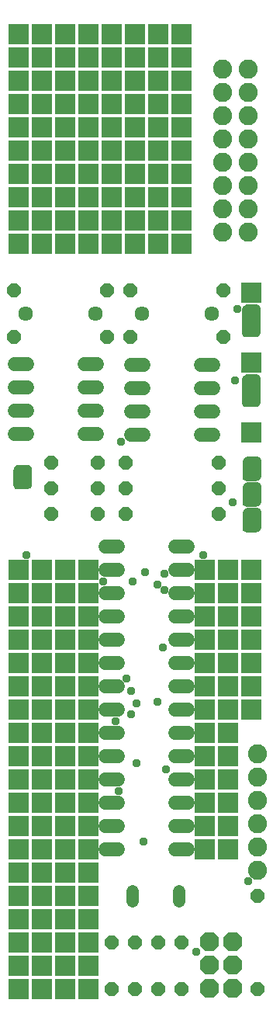
<source format=gts>
G04 EAGLE Gerber RS-274X export*
G75*
%MOMM*%
%FSLAX34Y34*%
%LPD*%
%INTop Solder Mask*%
%IPPOS*%
%AMOC8*
5,1,8,0,0,1.08239X$1,22.5*%
G01*
%ADD10R,2.235200X2.235200*%
%ADD11C,1.524000*%
%ADD12P,1.649562X8X292.500000*%
%ADD13P,1.649562X8X112.500000*%
%ADD14P,2.254402X8X292.500000*%
%ADD15C,1.320800*%
%ADD16C,2.082800*%
%ADD17P,1.649562X8X202.500000*%
%ADD18P,1.649562X8X22.500000*%
%ADD19C,1.611200*%
%ADD20R,1.879600X0.965200*%
%ADD21C,0.959600*%

G36*
X283748Y731653D02*
X283748Y731653D01*
X283789Y731652D01*
X284919Y731779D01*
X284968Y731794D01*
X285058Y731811D01*
X286132Y732186D01*
X286176Y732211D01*
X286260Y732248D01*
X287223Y732853D01*
X287260Y732887D01*
X287334Y732942D01*
X288138Y733746D01*
X288167Y733788D01*
X288227Y733857D01*
X288832Y734820D01*
X288851Y734867D01*
X288894Y734948D01*
X289269Y736022D01*
X289277Y736072D01*
X289301Y736161D01*
X289428Y737291D01*
X289426Y737322D01*
X289432Y737362D01*
X289432Y762762D01*
X289427Y762792D01*
X289428Y762833D01*
X289333Y763681D01*
X289318Y763729D01*
X289301Y763819D01*
X289019Y764625D01*
X288995Y764668D01*
X288958Y764753D01*
X288504Y765475D01*
X288470Y765512D01*
X288415Y765586D01*
X287812Y766189D01*
X287771Y766218D01*
X287701Y766278D01*
X286979Y766732D01*
X286932Y766751D01*
X286851Y766793D01*
X286045Y767075D01*
X285995Y767083D01*
X285907Y767107D01*
X285059Y767202D01*
X285028Y767200D01*
X284988Y767206D01*
X274828Y767206D01*
X274798Y767201D01*
X274757Y767202D01*
X273627Y767075D01*
X273578Y767060D01*
X273488Y767043D01*
X272414Y766668D01*
X272370Y766643D01*
X272286Y766606D01*
X271323Y766001D01*
X271286Y765967D01*
X271212Y765912D01*
X270408Y765108D01*
X270379Y765066D01*
X270319Y764997D01*
X269714Y764034D01*
X269695Y763987D01*
X269652Y763906D01*
X269277Y762832D01*
X269269Y762782D01*
X269245Y762693D01*
X269118Y761563D01*
X269120Y761532D01*
X269114Y761492D01*
X269114Y736092D01*
X269119Y736062D01*
X269118Y736021D01*
X269213Y735173D01*
X269228Y735125D01*
X269245Y735035D01*
X269527Y734229D01*
X269551Y734186D01*
X269588Y734101D01*
X270042Y733379D01*
X270076Y733342D01*
X270131Y733268D01*
X270734Y732665D01*
X270775Y732636D01*
X270845Y732576D01*
X271567Y732122D01*
X271614Y732103D01*
X271695Y732061D01*
X272501Y731779D01*
X272551Y731771D01*
X272639Y731747D01*
X273487Y731652D01*
X273518Y731654D01*
X273558Y731648D01*
X283718Y731648D01*
X283748Y731653D01*
G37*
G36*
X283748Y655453D02*
X283748Y655453D01*
X283789Y655452D01*
X284919Y655579D01*
X284968Y655594D01*
X285058Y655611D01*
X286132Y655986D01*
X286176Y656011D01*
X286260Y656048D01*
X287223Y656653D01*
X287260Y656687D01*
X287334Y656742D01*
X288138Y657546D01*
X288167Y657588D01*
X288227Y657657D01*
X288832Y658620D01*
X288851Y658667D01*
X288894Y658748D01*
X289269Y659822D01*
X289277Y659872D01*
X289301Y659961D01*
X289428Y661091D01*
X289426Y661122D01*
X289432Y661162D01*
X289432Y686562D01*
X289427Y686592D01*
X289428Y686633D01*
X289333Y687481D01*
X289318Y687529D01*
X289301Y687619D01*
X289019Y688425D01*
X288995Y688468D01*
X288958Y688553D01*
X288504Y689275D01*
X288470Y689312D01*
X288415Y689386D01*
X287812Y689989D01*
X287771Y690018D01*
X287701Y690078D01*
X286979Y690532D01*
X286932Y690551D01*
X286851Y690593D01*
X286045Y690875D01*
X285995Y690883D01*
X285907Y690907D01*
X285059Y691002D01*
X285028Y691000D01*
X284988Y691006D01*
X274828Y691006D01*
X274798Y691001D01*
X274757Y691002D01*
X273627Y690875D01*
X273578Y690860D01*
X273488Y690843D01*
X272414Y690468D01*
X272370Y690443D01*
X272286Y690406D01*
X271323Y689801D01*
X271286Y689767D01*
X271212Y689712D01*
X270408Y688908D01*
X270379Y688866D01*
X270319Y688797D01*
X269714Y687834D01*
X269695Y687787D01*
X269652Y687706D01*
X269277Y686632D01*
X269269Y686582D01*
X269245Y686493D01*
X269118Y685363D01*
X269120Y685332D01*
X269114Y685292D01*
X269114Y659892D01*
X269119Y659862D01*
X269118Y659821D01*
X269213Y658973D01*
X269228Y658925D01*
X269245Y658835D01*
X269527Y658029D01*
X269551Y657986D01*
X269588Y657901D01*
X270042Y657179D01*
X270076Y657142D01*
X270131Y657068D01*
X270734Y656465D01*
X270775Y656436D01*
X270845Y656376D01*
X271567Y655922D01*
X271614Y655903D01*
X271695Y655861D01*
X272501Y655579D01*
X272551Y655571D01*
X272639Y655547D01*
X273487Y655452D01*
X273518Y655454D01*
X273558Y655448D01*
X283718Y655448D01*
X283748Y655453D01*
G37*
G36*
X284510Y574681D02*
X284510Y574681D01*
X284551Y574680D01*
X285681Y574807D01*
X285730Y574822D01*
X285820Y574839D01*
X286894Y575214D01*
X286938Y575239D01*
X287022Y575276D01*
X287985Y575881D01*
X288022Y575915D01*
X288096Y575970D01*
X288900Y576774D01*
X288929Y576816D01*
X288989Y576885D01*
X289594Y577848D01*
X289613Y577895D01*
X289656Y577976D01*
X290031Y579050D01*
X290039Y579100D01*
X290063Y579189D01*
X290190Y580319D01*
X290188Y580350D01*
X290194Y580390D01*
X290194Y596900D01*
X290189Y596930D01*
X290190Y596971D01*
X290095Y597819D01*
X290080Y597867D01*
X290063Y597957D01*
X289781Y598763D01*
X289757Y598807D01*
X289720Y598891D01*
X289266Y599613D01*
X289232Y599650D01*
X289177Y599724D01*
X288574Y600327D01*
X288533Y600356D01*
X288463Y600416D01*
X287741Y600870D01*
X287694Y600889D01*
X287613Y600931D01*
X286807Y601213D01*
X286757Y601221D01*
X286669Y601245D01*
X285821Y601340D01*
X285790Y601338D01*
X285750Y601344D01*
X275590Y601344D01*
X275560Y601339D01*
X275519Y601340D01*
X274389Y601213D01*
X274340Y601198D01*
X274250Y601181D01*
X273176Y600806D01*
X273132Y600781D01*
X273048Y600744D01*
X272085Y600139D01*
X272048Y600105D01*
X271974Y600050D01*
X271170Y599246D01*
X271141Y599204D01*
X271081Y599135D01*
X270476Y598172D01*
X270457Y598125D01*
X270414Y598044D01*
X270039Y596970D01*
X270031Y596920D01*
X270007Y596831D01*
X269880Y595701D01*
X269882Y595670D01*
X269876Y595630D01*
X269876Y579120D01*
X269881Y579090D01*
X269880Y579049D01*
X269975Y578201D01*
X269990Y578153D01*
X270007Y578063D01*
X270289Y577257D01*
X270313Y577214D01*
X270350Y577129D01*
X270804Y576407D01*
X270838Y576370D01*
X270893Y576296D01*
X271496Y575693D01*
X271537Y575664D01*
X271607Y575604D01*
X272329Y575150D01*
X272376Y575131D01*
X272457Y575089D01*
X273263Y574807D01*
X273313Y574799D01*
X273401Y574775D01*
X274249Y574680D01*
X274280Y574682D01*
X274320Y574676D01*
X284480Y574676D01*
X284510Y574681D01*
G37*
G36*
X34320Y565791D02*
X34320Y565791D01*
X34361Y565790D01*
X35491Y565917D01*
X35540Y565932D01*
X35630Y565949D01*
X36704Y566324D01*
X36748Y566349D01*
X36832Y566386D01*
X37795Y566991D01*
X37832Y567025D01*
X37906Y567080D01*
X38710Y567884D01*
X38739Y567926D01*
X38799Y567995D01*
X39404Y568958D01*
X39423Y569005D01*
X39466Y569086D01*
X39841Y570160D01*
X39849Y570210D01*
X39873Y570299D01*
X40000Y571429D01*
X39998Y571460D01*
X40004Y571500D01*
X40004Y588010D01*
X39999Y588040D01*
X40000Y588081D01*
X39905Y588929D01*
X39890Y588977D01*
X39873Y589067D01*
X39591Y589873D01*
X39567Y589917D01*
X39530Y590001D01*
X39076Y590723D01*
X39042Y590760D01*
X38987Y590834D01*
X38384Y591437D01*
X38343Y591466D01*
X38273Y591526D01*
X37551Y591980D01*
X37504Y591999D01*
X37423Y592041D01*
X36617Y592323D01*
X36567Y592331D01*
X36479Y592355D01*
X35631Y592450D01*
X35600Y592448D01*
X35560Y592454D01*
X25400Y592454D01*
X25370Y592449D01*
X25329Y592450D01*
X24199Y592323D01*
X24150Y592308D01*
X24060Y592291D01*
X22986Y591916D01*
X22942Y591891D01*
X22858Y591854D01*
X21895Y591249D01*
X21858Y591215D01*
X21784Y591160D01*
X20980Y590356D01*
X20951Y590314D01*
X20891Y590245D01*
X20286Y589282D01*
X20267Y589235D01*
X20224Y589154D01*
X19849Y588080D01*
X19841Y588030D01*
X19817Y587941D01*
X19690Y586811D01*
X19692Y586780D01*
X19686Y586740D01*
X19686Y570230D01*
X19691Y570200D01*
X19690Y570159D01*
X19785Y569311D01*
X19800Y569263D01*
X19817Y569173D01*
X20099Y568367D01*
X20123Y568324D01*
X20160Y568239D01*
X20614Y567517D01*
X20648Y567480D01*
X20703Y567406D01*
X21306Y566803D01*
X21347Y566774D01*
X21417Y566714D01*
X22139Y566260D01*
X22186Y566241D01*
X22267Y566199D01*
X23073Y565917D01*
X23123Y565909D01*
X23211Y565885D01*
X24059Y565790D01*
X24090Y565792D01*
X24130Y565786D01*
X34290Y565786D01*
X34320Y565791D01*
G37*
G36*
X284510Y546741D02*
X284510Y546741D01*
X284551Y546740D01*
X285681Y546867D01*
X285730Y546882D01*
X285820Y546899D01*
X286894Y547274D01*
X286938Y547299D01*
X287022Y547336D01*
X287985Y547941D01*
X288022Y547975D01*
X288096Y548030D01*
X288900Y548834D01*
X288929Y548876D01*
X288989Y548945D01*
X289594Y549908D01*
X289613Y549955D01*
X289656Y550036D01*
X290031Y551110D01*
X290039Y551160D01*
X290063Y551249D01*
X290190Y552379D01*
X290188Y552410D01*
X290194Y552450D01*
X290194Y568960D01*
X290189Y568990D01*
X290190Y569031D01*
X290095Y569879D01*
X290080Y569927D01*
X290063Y570017D01*
X289781Y570823D01*
X289757Y570867D01*
X289720Y570951D01*
X289266Y571673D01*
X289232Y571710D01*
X289177Y571784D01*
X288574Y572387D01*
X288533Y572416D01*
X288463Y572476D01*
X287741Y572930D01*
X287694Y572949D01*
X287613Y572991D01*
X286807Y573273D01*
X286757Y573281D01*
X286669Y573305D01*
X285821Y573400D01*
X285790Y573398D01*
X285750Y573404D01*
X275590Y573404D01*
X275560Y573399D01*
X275519Y573400D01*
X274389Y573273D01*
X274340Y573258D01*
X274250Y573241D01*
X273176Y572866D01*
X273132Y572841D01*
X273048Y572804D01*
X272085Y572199D01*
X272048Y572165D01*
X271974Y572110D01*
X271170Y571306D01*
X271141Y571264D01*
X271081Y571195D01*
X270476Y570232D01*
X270457Y570185D01*
X270414Y570104D01*
X270039Y569030D01*
X270031Y568980D01*
X270007Y568891D01*
X269880Y567761D01*
X269882Y567730D01*
X269876Y567690D01*
X269876Y551180D01*
X269881Y551150D01*
X269880Y551109D01*
X269975Y550261D01*
X269990Y550213D01*
X270007Y550123D01*
X270289Y549317D01*
X270313Y549274D01*
X270350Y549189D01*
X270804Y548467D01*
X270838Y548430D01*
X270893Y548356D01*
X271496Y547753D01*
X271537Y547724D01*
X271607Y547664D01*
X272329Y547210D01*
X272376Y547191D01*
X272457Y547149D01*
X273263Y546867D01*
X273313Y546859D01*
X273401Y546835D01*
X274249Y546740D01*
X274280Y546742D01*
X274320Y546736D01*
X284480Y546736D01*
X284510Y546741D01*
G37*
G36*
X284510Y518801D02*
X284510Y518801D01*
X284551Y518800D01*
X285681Y518927D01*
X285730Y518942D01*
X285820Y518959D01*
X286894Y519334D01*
X286938Y519359D01*
X287022Y519396D01*
X287985Y520001D01*
X288022Y520035D01*
X288096Y520090D01*
X288900Y520894D01*
X288929Y520936D01*
X288989Y521005D01*
X289594Y521968D01*
X289613Y522015D01*
X289656Y522096D01*
X290031Y523170D01*
X290039Y523220D01*
X290063Y523309D01*
X290190Y524439D01*
X290188Y524470D01*
X290194Y524510D01*
X290194Y541020D01*
X290189Y541050D01*
X290190Y541091D01*
X290095Y541939D01*
X290080Y541987D01*
X290063Y542077D01*
X289781Y542883D01*
X289757Y542927D01*
X289720Y543011D01*
X289266Y543733D01*
X289232Y543770D01*
X289177Y543844D01*
X288574Y544447D01*
X288533Y544476D01*
X288463Y544536D01*
X287741Y544990D01*
X287694Y545009D01*
X287613Y545051D01*
X286807Y545333D01*
X286757Y545341D01*
X286669Y545365D01*
X285821Y545460D01*
X285790Y545458D01*
X285750Y545464D01*
X275590Y545464D01*
X275560Y545459D01*
X275519Y545460D01*
X274389Y545333D01*
X274340Y545318D01*
X274250Y545301D01*
X273176Y544926D01*
X273132Y544901D01*
X273048Y544864D01*
X272085Y544259D01*
X272048Y544225D01*
X271974Y544170D01*
X271170Y543366D01*
X271141Y543324D01*
X271081Y543255D01*
X270476Y542292D01*
X270457Y542245D01*
X270414Y542164D01*
X270039Y541090D01*
X270031Y541040D01*
X270007Y540951D01*
X269880Y539821D01*
X269882Y539790D01*
X269876Y539750D01*
X269876Y523240D01*
X269881Y523210D01*
X269880Y523169D01*
X269975Y522321D01*
X269990Y522273D01*
X270007Y522183D01*
X270289Y521377D01*
X270313Y521334D01*
X270350Y521249D01*
X270804Y520527D01*
X270838Y520490D01*
X270893Y520416D01*
X271496Y519813D01*
X271537Y519784D01*
X271607Y519724D01*
X272329Y519270D01*
X272376Y519251D01*
X272457Y519209D01*
X273263Y518927D01*
X273313Y518919D01*
X273401Y518895D01*
X274249Y518800D01*
X274280Y518802D01*
X274320Y518796D01*
X284480Y518796D01*
X284510Y518801D01*
G37*
D10*
X25400Y350520D03*
X25400Y325120D03*
X25400Y299720D03*
X25400Y274320D03*
X25400Y248920D03*
X25400Y223520D03*
X25400Y198120D03*
X25400Y172720D03*
X25400Y147320D03*
X25400Y121920D03*
X25400Y96520D03*
X25400Y71120D03*
X25400Y45720D03*
X25400Y20320D03*
X25400Y909320D03*
X25400Y426720D03*
X25400Y883920D03*
X25400Y858520D03*
X25400Y833120D03*
X25400Y401320D03*
X25400Y375920D03*
D11*
X120396Y502920D02*
X133604Y502920D01*
X133604Y477520D02*
X120396Y477520D01*
X120396Y452120D02*
X133604Y452120D01*
X133604Y426720D02*
X120396Y426720D01*
X120396Y401320D02*
X133604Y401320D01*
X133604Y375920D02*
X120396Y375920D01*
X120396Y350520D02*
X133604Y350520D01*
X133604Y325120D02*
X120396Y325120D01*
X120396Y299720D02*
X133604Y299720D01*
X133604Y274320D02*
X120396Y274320D01*
X120396Y248920D02*
X133604Y248920D01*
X133604Y223520D02*
X120396Y223520D01*
X120396Y198120D02*
X133604Y198120D01*
X133604Y172720D02*
X120396Y172720D01*
X196596Y172720D02*
X209804Y172720D01*
X209804Y198120D02*
X196596Y198120D01*
X196596Y223520D02*
X209804Y223520D01*
X209804Y248920D02*
X196596Y248920D01*
X196596Y274320D02*
X209804Y274320D01*
X209804Y299720D02*
X196596Y299720D01*
X196596Y325120D02*
X209804Y325120D01*
X209804Y350520D02*
X196596Y350520D01*
X196596Y375920D02*
X209804Y375920D01*
X209804Y401320D02*
X196596Y401320D01*
X196596Y426720D02*
X209804Y426720D01*
X209804Y452120D02*
X196596Y452120D01*
X196596Y477520D02*
X209804Y477520D01*
X209804Y502920D02*
X196596Y502920D01*
D12*
X285750Y121920D03*
X285750Y20320D03*
D13*
X203200Y20320D03*
X203200Y71120D03*
D14*
X233680Y72390D03*
X259080Y72390D03*
X233680Y46990D03*
X259080Y46990D03*
X233680Y21590D03*
X259080Y21590D03*
D13*
X177800Y20320D03*
X177800Y71120D03*
D15*
X200660Y116332D02*
X200660Y127508D01*
X149860Y127508D02*
X149860Y116332D01*
D12*
X127000Y71120D03*
X127000Y20320D03*
X152400Y71120D03*
X152400Y20320D03*
D16*
X285750Y276860D03*
X285750Y251460D03*
X285750Y226060D03*
X285750Y200660D03*
X285750Y175260D03*
X285750Y149860D03*
D11*
X34544Y702310D02*
X21336Y702310D01*
X21336Y676910D02*
X34544Y676910D01*
X97536Y676910D02*
X110744Y676910D01*
X110744Y702310D02*
X97536Y702310D01*
X34544Y651510D02*
X21336Y651510D01*
X21336Y626110D02*
X34544Y626110D01*
X97536Y651510D02*
X110744Y651510D01*
X110744Y626110D02*
X97536Y626110D01*
D17*
X111760Y538480D03*
X60960Y538480D03*
D11*
X148336Y701040D02*
X161544Y701040D01*
X161544Y675640D02*
X148336Y675640D01*
X224536Y675640D02*
X237744Y675640D01*
X237744Y701040D02*
X224536Y701040D01*
X161544Y650240D02*
X148336Y650240D01*
X148336Y624840D02*
X161544Y624840D01*
X224536Y650240D02*
X237744Y650240D01*
X237744Y624840D02*
X224536Y624840D01*
D17*
X111760Y566420D03*
X60960Y566420D03*
D18*
X142240Y594360D03*
X243840Y594360D03*
X147320Y731520D03*
X248920Y731520D03*
X142240Y566420D03*
X243840Y566420D03*
D16*
X275590Y845820D03*
X247650Y845820D03*
X275590Y871220D03*
X247650Y871220D03*
X275590Y896620D03*
X247650Y896620D03*
X275590Y922020D03*
X247650Y922020D03*
X275590Y947420D03*
X247650Y947420D03*
X275590Y972820D03*
X247650Y972820D03*
X275590Y998220D03*
X247650Y998220D03*
X275590Y1023620D03*
X247650Y1023620D03*
D10*
X279400Y703580D03*
X279400Y779780D03*
X25400Y1061720D03*
X25400Y1036320D03*
D18*
X60960Y594360D03*
X111760Y594360D03*
X20320Y731520D03*
X121920Y731520D03*
X20320Y782320D03*
X121920Y782320D03*
X147320Y782320D03*
X248920Y782320D03*
D19*
X33020Y756920D03*
X109220Y756920D03*
X160020Y756920D03*
X236220Y756920D03*
D18*
X142240Y538480D03*
X243840Y538480D03*
D20*
X279400Y673100D03*
X279400Y749300D03*
D21*
X147828Y320040D03*
X264160Y762000D03*
X261620Y684304D03*
D10*
X25400Y985520D03*
D21*
X184404Y473964D03*
X153924Y332232D03*
X153924Y266700D03*
X134112Y236220D03*
X259080Y551688D03*
X149352Y464820D03*
X117348Y464820D03*
X227076Y493776D03*
X147828Y345948D03*
X161544Y181356D03*
X275844Y138684D03*
X219456Y60960D03*
X163068Y475488D03*
X176784Y461772D03*
X176784Y333756D03*
X143256Y359664D03*
X33528Y493776D03*
X131064Y312420D03*
X185928Y260604D03*
X137160Y617220D03*
X182880Y393192D03*
X184404Y455676D03*
D10*
X25400Y960120D03*
X25400Y1010920D03*
X50800Y20320D03*
X76200Y20320D03*
X101600Y20320D03*
X101600Y45720D03*
X76200Y45720D03*
X50800Y45720D03*
X50800Y71120D03*
X76200Y71120D03*
X101600Y71120D03*
X101600Y96520D03*
X76200Y96520D03*
X50800Y96520D03*
X50800Y121920D03*
X76200Y121920D03*
X101600Y121920D03*
X101600Y147320D03*
X76200Y147320D03*
X50800Y147320D03*
X50800Y172720D03*
X76200Y172720D03*
X101600Y172720D03*
X101600Y198120D03*
X76200Y198120D03*
X50800Y198120D03*
X50800Y223520D03*
X76200Y223520D03*
X101600Y223520D03*
X101600Y248920D03*
X76200Y248920D03*
X50800Y248920D03*
X50800Y274320D03*
X76200Y274320D03*
X101600Y274320D03*
X101600Y299720D03*
X76200Y299720D03*
X50800Y299720D03*
X50800Y325120D03*
X76200Y325120D03*
X101600Y325120D03*
X101600Y350520D03*
X76200Y350520D03*
X50800Y350520D03*
X50800Y375920D03*
X76200Y375920D03*
X101600Y375920D03*
X101600Y401320D03*
X76200Y401320D03*
X50800Y401320D03*
X50800Y426720D03*
X76200Y426720D03*
X101600Y426720D03*
X101600Y452120D03*
X76200Y452120D03*
X50800Y452120D03*
X25400Y452120D03*
X25400Y477520D03*
X50800Y477520D03*
X76200Y477520D03*
X101600Y477520D03*
X228600Y172720D03*
X254000Y172720D03*
X254000Y198120D03*
X228600Y198120D03*
X228600Y223520D03*
X254000Y223520D03*
X254000Y248920D03*
X228600Y248920D03*
X228600Y274320D03*
X254000Y274320D03*
X254000Y299720D03*
X228600Y299720D03*
X228600Y325120D03*
X254000Y325120D03*
X254000Y350520D03*
X228600Y350520D03*
X279400Y350520D03*
X279400Y375920D03*
X254000Y375920D03*
X228600Y375920D03*
X228600Y401320D03*
X254000Y401320D03*
X279400Y401320D03*
X279400Y426720D03*
X254000Y426720D03*
X228600Y426720D03*
X228600Y452120D03*
X254000Y452120D03*
X279400Y452120D03*
X279400Y477520D03*
X254000Y477520D03*
X228600Y477520D03*
X50800Y1061720D03*
X76200Y1061720D03*
X101600Y1061720D03*
X127000Y1061720D03*
X152400Y1061720D03*
X177800Y1061720D03*
X203200Y1061720D03*
X203200Y1036320D03*
X177800Y1036320D03*
X152400Y1036320D03*
X127000Y1036320D03*
X101600Y1036320D03*
X76200Y1036320D03*
X50800Y1036320D03*
X50800Y1010920D03*
X76200Y1010920D03*
X101600Y1010920D03*
X127000Y1010920D03*
X152400Y1010920D03*
X177800Y1010920D03*
X203200Y1010920D03*
X50800Y960120D03*
X50800Y985520D03*
X76200Y985520D03*
X101600Y985520D03*
X127000Y985520D03*
X152400Y985520D03*
X177800Y985520D03*
X203200Y985520D03*
X203200Y960120D03*
X177800Y960120D03*
X152400Y960120D03*
X127000Y960120D03*
X101600Y960120D03*
X76200Y960120D03*
X25400Y934720D03*
X50800Y934720D03*
X76200Y934720D03*
X101600Y934720D03*
X127000Y934720D03*
X152400Y934720D03*
X177800Y934720D03*
X203200Y934720D03*
X203200Y909320D03*
X177800Y909320D03*
X152400Y909320D03*
X127000Y909320D03*
X101600Y909320D03*
X76200Y909320D03*
X50800Y909320D03*
X50800Y883920D03*
X76200Y883920D03*
X101600Y883920D03*
X127000Y883920D03*
X152400Y883920D03*
X177800Y883920D03*
X203200Y883920D03*
X203200Y858520D03*
X177800Y858520D03*
X152400Y858520D03*
X127000Y858520D03*
X101600Y858520D03*
X76200Y858520D03*
X50800Y858520D03*
X76200Y833120D03*
X101600Y833120D03*
X127000Y833120D03*
X152400Y833120D03*
X177800Y833120D03*
X203200Y833120D03*
X50800Y833120D03*
X279400Y627380D03*
X279400Y325120D03*
M02*

</source>
